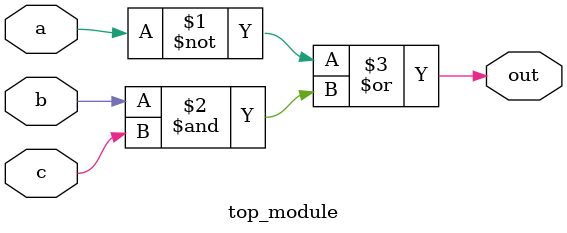
<source format=sv>
module top_module(
    input a, 
    input b,
    input c,
    output out
);

    assign out = ~a | (b & c);

endmodule

</source>
